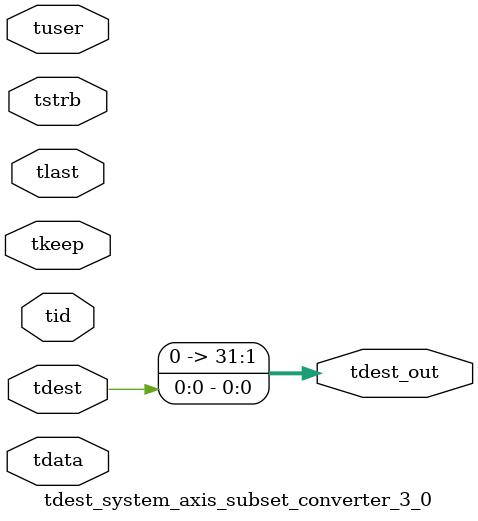
<source format=v>


`timescale 1ps/1ps

module tdest_system_axis_subset_converter_3_0 #
(
parameter C_S_AXIS_TDATA_WIDTH = 32,
parameter C_S_AXIS_TUSER_WIDTH = 0,
parameter C_S_AXIS_TID_WIDTH   = 0,
parameter C_S_AXIS_TDEST_WIDTH = 0,
parameter C_M_AXIS_TDEST_WIDTH = 32
)
(
input  [(C_S_AXIS_TDATA_WIDTH == 0 ? 1 : C_S_AXIS_TDATA_WIDTH)-1:0     ] tdata,
input  [(C_S_AXIS_TUSER_WIDTH == 0 ? 1 : C_S_AXIS_TUSER_WIDTH)-1:0     ] tuser,
input  [(C_S_AXIS_TID_WIDTH   == 0 ? 1 : C_S_AXIS_TID_WIDTH)-1:0       ] tid,
input  [(C_S_AXIS_TDEST_WIDTH == 0 ? 1 : C_S_AXIS_TDEST_WIDTH)-1:0     ] tdest,
input  [(C_S_AXIS_TDATA_WIDTH/8)-1:0 ] tkeep,
input  [(C_S_AXIS_TDATA_WIDTH/8)-1:0 ] tstrb,
input                                                                    tlast,
output [C_M_AXIS_TDEST_WIDTH-1:0] tdest_out
);

assign tdest_out = {tdest[0:0]};

endmodule


</source>
